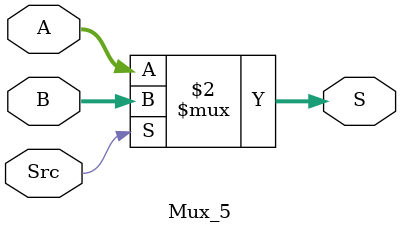
<source format=v>
`timescale 1ns / 1ps
module Mux_5(A,B,S,Src
    );
input [4:0] A,B;
 input Src;
 output [4:0] S;
 assign S = (Src==0) ? A:B;
endmodule


</source>
